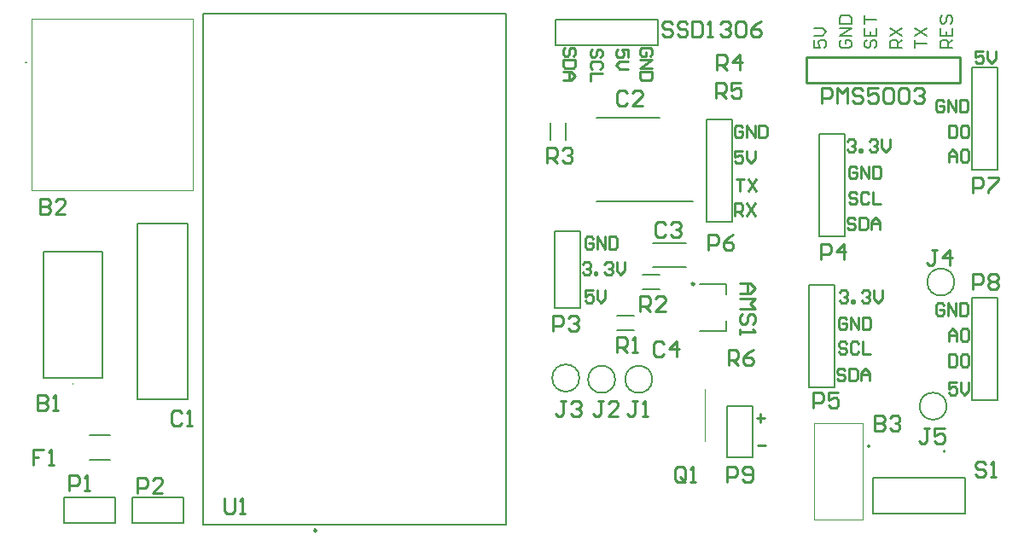
<source format=gto>
G04*
G04 #@! TF.GenerationSoftware,Altium Limited,Altium Designer,20.0.2 (26)*
G04*
G04 Layer_Color=65535*
%FSLAX44Y44*%
%MOMM*%
G71*
G01*
G75*
%ADD10C,0.2000*%
%ADD11C,0.2500*%
%ADD12C,0.1500*%
%ADD13C,0.1000*%
%ADD14C,0.2540*%
%ADD15C,0.1270*%
D10*
X317300Y1218650D02*
G03*
X318300Y1218650I500J0D01*
G01*
D02*
G03*
X317300Y1218650I-500J0D01*
G01*
D02*
G03*
X318300Y1218650I500J0D01*
G01*
X1229960Y832670D02*
G03*
X1227960Y832670I-1000J0D01*
G01*
D02*
G03*
X1229960Y832670I1000J0D01*
G01*
X1153950Y836800D02*
G03*
X1153950Y838800I0J1000D01*
G01*
D02*
G03*
X1153950Y836800I0J-1000D01*
G01*
X1012200Y952360D02*
Y962360D01*
X986200Y952360D02*
X1012200D01*
Y988360D02*
Y998360D01*
X986200D02*
X1012200D01*
X1158460Y770920D02*
X1249460D01*
X1158460D02*
Y806420D01*
X1249460D01*
Y770920D02*
Y806420D01*
X843280Y1235710D02*
Y1261110D01*
X944880D01*
X843280Y1235710D02*
X944880D01*
Y1261110D01*
X842010Y1051560D02*
X867410D01*
Y975360D02*
Y1051560D01*
X842010Y975360D02*
X867410D01*
X842010D02*
Y1051560D01*
X1013460Y826770D02*
X1038860D01*
X1013460D02*
Y877570D01*
X1038860D01*
Y826770D02*
Y877570D01*
X853182Y1141963D02*
Y1158688D01*
X838458Y1141963D02*
Y1158688D01*
X493770Y760200D02*
Y1266720D01*
X794010D01*
Y760200D02*
Y1266720D01*
X493770Y760200D02*
X794010D01*
X939779Y1015649D02*
X972841D01*
X939779Y1039211D02*
X972841D01*
X380660Y824680D02*
X401660D01*
X380660Y849180D02*
X401660D01*
X884330Y1081180D02*
X979330D01*
X884330Y1164180D02*
X946580D01*
X334990Y905910D02*
Y1030910D01*
X393990D01*
Y905910D02*
Y1030910D01*
X334990Y905910D02*
X393990D01*
X355600Y787400D02*
X406400D01*
X355600Y762000D02*
Y787400D01*
Y762000D02*
X406400D01*
Y787400D01*
X422910D02*
X473710D01*
X422910Y762000D02*
Y787400D01*
Y762000D02*
X473710D01*
Y787400D01*
X1104900Y1046480D02*
X1130300D01*
X1104900D02*
Y1148080D01*
X1130300Y1046480D02*
Y1148080D01*
X1104900D02*
X1130300D01*
X1094740Y896620D02*
X1120140D01*
X1094740D02*
Y998220D01*
X1120140Y896620D02*
Y998220D01*
X1094740D02*
X1120140D01*
X993140Y1060450D02*
X1018540D01*
X993140D02*
Y1162050D01*
X1018540Y1060450D02*
Y1162050D01*
X993140D02*
X1018540D01*
X1256030Y1112520D02*
X1281430D01*
X1256030D02*
Y1214120D01*
X1281430Y1112520D02*
Y1214120D01*
X1256030D02*
X1281430D01*
X1256030Y985520D02*
X1281430D01*
Y883920D02*
Y985520D01*
X1256030Y883920D02*
Y985520D01*
Y883920D02*
X1281430D01*
X904473Y952758D02*
X921198D01*
X904473Y967482D02*
X921198D01*
X929873Y1008122D02*
X946598D01*
X929873Y993398D02*
X946598D01*
D11*
X980950Y998860D02*
G03*
X980950Y998860I-1250J0D01*
G01*
X606140Y754200D02*
G03*
X606140Y754200I-1250J0D01*
G01*
D12*
X1231380Y877570D02*
G03*
X1231380Y877570I-13450J0D01*
G01*
X939280Y904240D02*
G03*
X939280Y904240I-13450J0D01*
G01*
X902450D02*
G03*
X902450Y904240I-13450J0D01*
G01*
X866890Y905510D02*
G03*
X866890Y905510I-13450J0D01*
G01*
X1239000Y1000760D02*
G03*
X1239000Y1000760I-13450J0D01*
G01*
X1199904Y1233080D02*
Y1241077D01*
Y1237079D01*
X1211900D01*
X1199904Y1245076D02*
X1211900Y1253074D01*
X1199904D02*
X1211900Y1245076D01*
X1236900Y1233080D02*
X1224904D01*
Y1239078D01*
X1226903Y1241077D01*
X1230902D01*
X1232901Y1239078D01*
Y1233080D01*
Y1237079D02*
X1236900Y1241077D01*
X1224904Y1253074D02*
Y1245076D01*
X1236900D01*
Y1253074D01*
X1230902Y1245076D02*
Y1249075D01*
X1226903Y1265070D02*
X1224904Y1263070D01*
Y1259072D01*
X1226903Y1257072D01*
X1228903D01*
X1230902Y1259072D01*
Y1263070D01*
X1232901Y1265070D01*
X1234901D01*
X1236900Y1263070D01*
Y1259072D01*
X1234901Y1257072D01*
X1186900Y1233080D02*
X1174904D01*
Y1239078D01*
X1176903Y1241077D01*
X1180902D01*
X1182901Y1239078D01*
Y1233080D01*
Y1237079D02*
X1186900Y1241077D01*
X1174904Y1245076D02*
X1186900Y1253074D01*
X1174904D02*
X1186900Y1245076D01*
X1151903Y1241077D02*
X1149904Y1239078D01*
Y1235079D01*
X1151903Y1233080D01*
X1153903D01*
X1155902Y1235079D01*
Y1239078D01*
X1157901Y1241077D01*
X1159901D01*
X1161900Y1239078D01*
Y1235079D01*
X1159901Y1233080D01*
X1149904Y1253073D02*
Y1245076D01*
X1161900D01*
Y1253073D01*
X1155902Y1245076D02*
Y1249075D01*
X1149904Y1257072D02*
Y1265070D01*
Y1261071D01*
X1161900D01*
X1126903Y1241077D02*
X1124904Y1239078D01*
Y1235079D01*
X1126903Y1233080D01*
X1134901D01*
X1136900Y1235079D01*
Y1239078D01*
X1134901Y1241077D01*
X1130902D01*
Y1237079D01*
X1136900Y1245076D02*
X1124904D01*
X1136900Y1253073D01*
X1124904D01*
Y1257072D02*
X1136900D01*
Y1263070D01*
X1134901Y1265070D01*
X1126903D01*
X1124904Y1263070D01*
Y1257072D01*
X1099904Y1241077D02*
Y1233080D01*
X1105902D01*
X1103903Y1237079D01*
Y1239078D01*
X1105902Y1241077D01*
X1109901D01*
X1111900Y1239078D01*
Y1235079D01*
X1109901Y1233080D01*
X1099904Y1245076D02*
X1107901D01*
X1111900Y1249075D01*
X1107901Y1253073D01*
X1099904D01*
D13*
X364490Y898910D02*
G03*
X364490Y899910I0J500D01*
G01*
D02*
G03*
X364490Y898910I0J-500D01*
G01*
X323300Y1091650D02*
Y1261650D01*
X483300D01*
Y1091650D02*
Y1261650D01*
X323300Y1091650D02*
X483300D01*
X1148100Y765150D02*
Y860450D01*
X1099800D02*
X1148100D01*
X1099800Y765150D02*
Y860450D01*
Y765150D02*
X1148100D01*
X991170Y842680D02*
Y894680D01*
D14*
X1092200Y1198880D02*
X1244600D01*
Y1224280D01*
X1092200D02*
X1244600D01*
X1092200Y1198880D02*
Y1224280D01*
X331470Y1083305D02*
Y1068070D01*
X339087D01*
X341627Y1070609D01*
Y1073148D01*
X339087Y1075687D01*
X331470D01*
X339087D01*
X341627Y1078227D01*
Y1080766D01*
X339087Y1083305D01*
X331470D01*
X356862Y1068070D02*
X346705D01*
X356862Y1078227D01*
Y1080766D01*
X354323Y1083305D01*
X349244D01*
X346705Y1080766D01*
X1026160Y999490D02*
X1036317D01*
X1041395Y994412D01*
X1036317Y989333D01*
X1026160D01*
X1033777D01*
Y999490D01*
X1026160Y984255D02*
X1041395D01*
X1036317Y979177D01*
X1041395Y974098D01*
X1026160D01*
X1038856Y958863D02*
X1041395Y961402D01*
Y966481D01*
X1038856Y969020D01*
X1036317D01*
X1033777Y966481D01*
Y961402D01*
X1031238Y958863D01*
X1028699D01*
X1026160Y961402D01*
Y966481D01*
X1028699Y969020D01*
X1026160Y953785D02*
Y948706D01*
Y951246D01*
X1041395D01*
X1038856Y953785D01*
X1269997Y819896D02*
X1267458Y822435D01*
X1262379D01*
X1259840Y819896D01*
Y817357D01*
X1262379Y814818D01*
X1267458D01*
X1269997Y812278D01*
Y809739D01*
X1267458Y807200D01*
X1262379D01*
X1259840Y809739D01*
X1275075Y807200D02*
X1280153D01*
X1277614D01*
Y822435D01*
X1275075Y819896D01*
X1014723Y918337D02*
Y933572D01*
X1022341D01*
X1024880Y931033D01*
Y925955D01*
X1022341Y923415D01*
X1014723D01*
X1019801D02*
X1024880Y918337D01*
X1040115Y933572D02*
X1035036Y931033D01*
X1029958Y925955D01*
Y920876D01*
X1032497Y918337D01*
X1037576D01*
X1040115Y920876D01*
Y923415D01*
X1037576Y925955D01*
X1029958D01*
X1002030Y1183640D02*
Y1198875D01*
X1009648D01*
X1012187Y1196336D01*
Y1191257D01*
X1009648Y1188718D01*
X1002030D01*
X1007108D02*
X1012187Y1183640D01*
X1027422Y1198875D02*
X1017265D01*
Y1191257D01*
X1022343Y1193797D01*
X1024883D01*
X1027422Y1191257D01*
Y1186179D01*
X1024883Y1183640D01*
X1019804D01*
X1017265Y1186179D01*
X1107440Y1178560D02*
Y1193795D01*
X1115058D01*
X1117597Y1191256D01*
Y1186178D01*
X1115058Y1183638D01*
X1107440D01*
X1122675Y1178560D02*
Y1193795D01*
X1127753Y1188717D01*
X1132832Y1193795D01*
Y1178560D01*
X1148067Y1191256D02*
X1145528Y1193795D01*
X1140449D01*
X1137910Y1191256D01*
Y1188717D01*
X1140449Y1186178D01*
X1145528D01*
X1148067Y1183638D01*
Y1181099D01*
X1145528Y1178560D01*
X1140449D01*
X1137910Y1181099D01*
X1163302Y1193795D02*
X1153145D01*
Y1186178D01*
X1158224Y1188717D01*
X1160763D01*
X1163302Y1186178D01*
Y1181099D01*
X1160763Y1178560D01*
X1155684D01*
X1153145Y1181099D01*
X1168380Y1191256D02*
X1170919Y1193795D01*
X1175998D01*
X1178537Y1191256D01*
Y1181099D01*
X1175998Y1178560D01*
X1170919D01*
X1168380Y1181099D01*
Y1191256D01*
X1183615D02*
X1186154Y1193795D01*
X1191233D01*
X1193772Y1191256D01*
Y1181099D01*
X1191233Y1178560D01*
X1186154D01*
X1183615Y1181099D01*
Y1191256D01*
X1198850D02*
X1201390Y1193795D01*
X1206468D01*
X1209007Y1191256D01*
Y1188717D01*
X1206468Y1186178D01*
X1203929D01*
X1206468D01*
X1209007Y1183638D01*
Y1181099D01*
X1206468Y1178560D01*
X1201390D01*
X1198850Y1181099D01*
X472437Y871216D02*
X469897Y873755D01*
X464819D01*
X462280Y871216D01*
Y861059D01*
X464819Y858520D01*
X469897D01*
X472437Y861059D01*
X477515Y858520D02*
X482593D01*
X480054D01*
Y873755D01*
X477515Y871216D01*
X958847Y1257296D02*
X956308Y1259835D01*
X951229D01*
X948690Y1257296D01*
Y1254757D01*
X951229Y1252217D01*
X956308D01*
X958847Y1249678D01*
Y1247139D01*
X956308Y1244600D01*
X951229D01*
X948690Y1247139D01*
X974082Y1257296D02*
X971543Y1259835D01*
X966464D01*
X963925Y1257296D01*
Y1254757D01*
X966464Y1252217D01*
X971543D01*
X974082Y1249678D01*
Y1247139D01*
X971543Y1244600D01*
X966464D01*
X963925Y1247139D01*
X979160Y1259835D02*
Y1244600D01*
X986778D01*
X989317Y1247139D01*
Y1257296D01*
X986778Y1259835D01*
X979160D01*
X994395Y1244600D02*
X999474D01*
X996934D01*
Y1259835D01*
X994395Y1257296D01*
X1007091D02*
X1009630Y1259835D01*
X1014709D01*
X1017248Y1257296D01*
Y1254757D01*
X1014709Y1252217D01*
X1012169D01*
X1014709D01*
X1017248Y1249678D01*
Y1247139D01*
X1014709Y1244600D01*
X1009630D01*
X1007091Y1247139D01*
X1022326Y1257296D02*
X1024865Y1259835D01*
X1029944D01*
X1032483Y1257296D01*
Y1247139D01*
X1029944Y1244600D01*
X1024865D01*
X1022326Y1247139D01*
Y1257296D01*
X1047718Y1259835D02*
X1042640Y1257296D01*
X1037561Y1252217D01*
Y1247139D01*
X1040100Y1244600D01*
X1045179D01*
X1047718Y1247139D01*
Y1249678D01*
X1045179Y1252217D01*
X1037561D01*
X840740Y952500D02*
Y967735D01*
X848357D01*
X850897Y965196D01*
Y960117D01*
X848357Y957578D01*
X840740D01*
X855975Y965196D02*
X858514Y967735D01*
X863593D01*
X866132Y965196D01*
Y962657D01*
X863593Y960117D01*
X861053D01*
X863593D01*
X866132Y957578D01*
Y955039D01*
X863593Y952500D01*
X858514D01*
X855975Y955039D01*
X1013460Y802640D02*
Y817875D01*
X1021077D01*
X1023617Y815336D01*
Y810257D01*
X1021077Y807718D01*
X1013460D01*
X1028695Y805179D02*
X1031234Y802640D01*
X1036313D01*
X1038852Y805179D01*
Y815336D01*
X1036313Y817875D01*
X1031234D01*
X1028695Y815336D01*
Y812797D01*
X1031234Y810257D01*
X1038852D01*
X834390Y1118870D02*
Y1134105D01*
X842008D01*
X844547Y1131566D01*
Y1126488D01*
X842008Y1123948D01*
X834390D01*
X839468D02*
X844547Y1118870D01*
X849625Y1131566D02*
X852164Y1134105D01*
X857243D01*
X859782Y1131566D01*
Y1129027D01*
X857243Y1126488D01*
X854703D01*
X857243D01*
X859782Y1123948D01*
Y1121409D01*
X857243Y1118870D01*
X852164D01*
X849625Y1121409D01*
X514350Y786125D02*
Y773429D01*
X516889Y770890D01*
X521968D01*
X524507Y773429D01*
Y786125D01*
X529585Y770890D02*
X534663D01*
X532124D01*
Y786125D01*
X529585Y783586D01*
X952497Y1057906D02*
X949958Y1060445D01*
X944879D01*
X942340Y1057906D01*
Y1047749D01*
X944879Y1045210D01*
X949958D01*
X952497Y1047749D01*
X957575Y1057906D02*
X960114Y1060445D01*
X965193D01*
X967732Y1057906D01*
Y1055367D01*
X965193Y1052828D01*
X962653D01*
X965193D01*
X967732Y1050288D01*
Y1047749D01*
X965193Y1045210D01*
X960114D01*
X957575Y1047749D01*
X1214117Y855975D02*
X1209038D01*
X1211578D01*
Y843279D01*
X1209038Y840740D01*
X1206499D01*
X1203960Y843279D01*
X1229352Y855975D02*
X1219195D01*
Y848357D01*
X1224273Y850897D01*
X1226813D01*
X1229352Y848357D01*
Y843279D01*
X1226813Y840740D01*
X1221734D01*
X1219195Y843279D01*
X335277Y834385D02*
X325120D01*
Y826768D01*
X330198D01*
X325120D01*
Y819150D01*
X340355D02*
X345433D01*
X342894D01*
Y834385D01*
X340355Y831846D01*
X950437Y939796D02*
X947897Y942335D01*
X942819D01*
X940280Y939796D01*
Y929639D01*
X942819Y927100D01*
X947897D01*
X950437Y929639D01*
X963133Y927100D02*
Y942335D01*
X955515Y934717D01*
X965672D01*
X914397Y1188716D02*
X911858Y1191255D01*
X906779D01*
X904240Y1188716D01*
Y1178559D01*
X906779Y1176020D01*
X911858D01*
X914397Y1178559D01*
X929632Y1176020D02*
X919475D01*
X929632Y1186177D01*
Y1188716D01*
X927093Y1191255D01*
X922014D01*
X919475Y1188716D01*
X1159510Y868675D02*
Y853440D01*
X1167128D01*
X1169667Y855979D01*
Y858518D01*
X1167128Y861058D01*
X1159510D01*
X1167128D01*
X1169667Y863597D01*
Y866136D01*
X1167128Y868675D01*
X1159510D01*
X1174745Y866136D02*
X1177284Y868675D01*
X1182363D01*
X1184902Y866136D01*
Y863597D01*
X1182363Y861058D01*
X1179823D01*
X1182363D01*
X1184902Y858518D01*
Y855979D01*
X1182363Y853440D01*
X1177284D01*
X1174745Y855979D01*
X971547Y805179D02*
Y815336D01*
X969007Y817875D01*
X963929D01*
X961390Y815336D01*
Y805179D01*
X963929Y802640D01*
X969007D01*
X966468Y807718D02*
X971547Y802640D01*
X969007D02*
X971547Y805179D01*
X976625Y802640D02*
X981703D01*
X979164D01*
Y817875D01*
X976625Y815336D01*
X328930Y889065D02*
Y873830D01*
X336548D01*
X339087Y876369D01*
Y878908D01*
X336548Y881448D01*
X328930D01*
X336548D01*
X339087Y883987D01*
Y886526D01*
X336548Y889065D01*
X328930D01*
X344165Y873830D02*
X349243D01*
X346704D01*
Y889065D01*
X344165Y886526D01*
X924557Y882645D02*
X919478D01*
X922018D01*
Y869949D01*
X919478Y867410D01*
X916939D01*
X914400Y869949D01*
X929635Y867410D02*
X934713D01*
X932174D01*
Y882645D01*
X929635Y880106D01*
X890267Y882645D02*
X885188D01*
X887728D01*
Y869949D01*
X885188Y867410D01*
X882649D01*
X880110Y869949D01*
X905502Y867410D02*
X895345D01*
X905502Y877567D01*
Y880106D01*
X902963Y882645D01*
X897884D01*
X895345Y880106D01*
X853437Y882645D02*
X848358D01*
X850898D01*
Y869949D01*
X848358Y867410D01*
X845819D01*
X843280Y869949D01*
X858515Y880106D02*
X861054Y882645D01*
X866133D01*
X868672Y880106D01*
Y877567D01*
X866133Y875027D01*
X863593D01*
X866133D01*
X868672Y872488D01*
Y869949D01*
X866133Y867410D01*
X861054D01*
X858515Y869949D01*
X1221737Y1032505D02*
X1216658D01*
X1219197D01*
Y1019809D01*
X1216658Y1017270D01*
X1214119D01*
X1211580Y1019809D01*
X1234433Y1017270D02*
Y1032505D01*
X1226815Y1024887D01*
X1236972D01*
X360680Y793750D02*
Y808985D01*
X368298D01*
X370837Y806446D01*
Y801367D01*
X368298Y798828D01*
X360680D01*
X375915Y793750D02*
X380993D01*
X378454D01*
Y808985D01*
X375915Y806446D01*
X427990Y791210D02*
Y806445D01*
X435607D01*
X438147Y803906D01*
Y798828D01*
X435607Y796288D01*
X427990D01*
X453382Y791210D02*
X443225D01*
X453382Y801367D01*
Y803906D01*
X450843Y806445D01*
X445764D01*
X443225Y803906D01*
X1106170Y1023620D02*
Y1038855D01*
X1113788D01*
X1116327Y1036316D01*
Y1031237D01*
X1113788Y1028698D01*
X1106170D01*
X1129023Y1023620D02*
Y1038855D01*
X1121405Y1031237D01*
X1131562D01*
X1098550Y876300D02*
Y891535D01*
X1106168D01*
X1108707Y888996D01*
Y883917D01*
X1106168Y881378D01*
X1098550D01*
X1123942Y891535D02*
X1113785D01*
Y883917D01*
X1118863Y886457D01*
X1121403D01*
X1123942Y883917D01*
Y878839D01*
X1121403Y876300D01*
X1116324D01*
X1113785Y878839D01*
X994410Y1032510D02*
Y1047745D01*
X1002028D01*
X1004567Y1045206D01*
Y1040127D01*
X1002028Y1037588D01*
X994410D01*
X1019802Y1047745D02*
X1014723Y1045206D01*
X1009645Y1040127D01*
Y1035049D01*
X1012184Y1032510D01*
X1017263D01*
X1019802Y1035049D01*
Y1037588D01*
X1017263Y1040127D01*
X1009645D01*
X1257300Y1089660D02*
Y1104895D01*
X1264918D01*
X1267457Y1102356D01*
Y1097278D01*
X1264918Y1094738D01*
X1257300D01*
X1272535Y1104895D02*
X1282692D01*
Y1102356D01*
X1272535Y1092199D01*
Y1089660D01*
X1257681Y994029D02*
Y1009264D01*
X1265298D01*
X1267838Y1006725D01*
Y1001646D01*
X1265298Y999107D01*
X1257681D01*
X1272916Y1006725D02*
X1275455Y1009264D01*
X1280534D01*
X1283073Y1006725D01*
Y1004186D01*
X1280534Y1001646D01*
X1283073Y999107D01*
Y996568D01*
X1280534Y994029D01*
X1275455D01*
X1272916Y996568D01*
Y999107D01*
X1275455Y1001646D01*
X1272916Y1004186D01*
Y1006725D01*
X1275455Y1001646D02*
X1280534D01*
X903946Y930910D02*
Y946145D01*
X911563D01*
X914102Y943606D01*
Y938528D01*
X911563Y935988D01*
X903946D01*
X909024D02*
X914102Y930910D01*
X919181D02*
X924259D01*
X921720D01*
Y946145D01*
X919181Y943606D01*
X926806Y971550D02*
Y986785D01*
X934423D01*
X936962Y984246D01*
Y979167D01*
X934423Y976628D01*
X926806D01*
X931884D02*
X936962Y971550D01*
X952197D02*
X942041D01*
X952197Y981707D01*
Y984246D01*
X949658Y986785D01*
X944580D01*
X942041Y984246D01*
X1003300Y1211580D02*
Y1226815D01*
X1010918D01*
X1013457Y1224276D01*
Y1219197D01*
X1010918Y1216658D01*
X1003300D01*
X1008378D02*
X1013457Y1211580D01*
X1026153D02*
Y1226815D01*
X1018535Y1219197D01*
X1028692D01*
X1233170Y1120140D02*
Y1128137D01*
X1237169Y1132136D01*
X1241167Y1128137D01*
Y1120140D01*
Y1126138D01*
X1233170D01*
X1251164Y1132136D02*
X1247166D01*
X1245166Y1130137D01*
Y1122139D01*
X1247166Y1120140D01*
X1251164D01*
X1253164Y1122139D01*
Y1130137D01*
X1251164Y1132136D01*
X1233170Y1156266D02*
Y1144270D01*
X1239168D01*
X1241167Y1146269D01*
Y1154267D01*
X1239168Y1156266D01*
X1233170D01*
X1251164D02*
X1247166D01*
X1245166Y1154267D01*
Y1146269D01*
X1247166Y1144270D01*
X1251164D01*
X1253164Y1146269D01*
Y1154267D01*
X1251164Y1156266D01*
X1233170Y942340D02*
Y950337D01*
X1237169Y954336D01*
X1241167Y950337D01*
Y942340D01*
Y948338D01*
X1233170D01*
X1251164Y954336D02*
X1247166D01*
X1245166Y952337D01*
Y944339D01*
X1247166Y942340D01*
X1251164D01*
X1253164Y944339D01*
Y952337D01*
X1251164Y954336D01*
X1233170Y928936D02*
Y916940D01*
X1239168D01*
X1241167Y918939D01*
Y926937D01*
X1239168Y928936D01*
X1233170D01*
X1251164D02*
X1247166D01*
X1245166Y926937D01*
Y918939D01*
X1247166Y916940D01*
X1251164D01*
X1253164Y918939D01*
Y926937D01*
X1251164Y928936D01*
X1228467Y977737D02*
X1226468Y979736D01*
X1222469D01*
X1220470Y977737D01*
Y969739D01*
X1222469Y967740D01*
X1226468D01*
X1228467Y969739D01*
Y973738D01*
X1224469D01*
X1232466Y967740D02*
Y979736D01*
X1240463Y967740D01*
Y979736D01*
X1244462D02*
Y967740D01*
X1250460D01*
X1252460Y969739D01*
Y977737D01*
X1250460Y979736D01*
X1244462D01*
X1228467Y1179667D02*
X1226468Y1181666D01*
X1222469D01*
X1220470Y1179667D01*
Y1171669D01*
X1222469Y1169670D01*
X1226468D01*
X1228467Y1171669D01*
Y1175668D01*
X1224469D01*
X1232466Y1169670D02*
Y1181666D01*
X1240463Y1169670D01*
Y1181666D01*
X1244462D02*
Y1169670D01*
X1250460D01*
X1252460Y1171669D01*
Y1179667D01*
X1250460Y1181666D01*
X1244462D01*
X1267837Y1229926D02*
X1259840D01*
Y1223928D01*
X1263839Y1225927D01*
X1265838D01*
X1267837Y1223928D01*
Y1219929D01*
X1265838Y1217930D01*
X1261839D01*
X1259840Y1219929D01*
X1271836Y1229926D02*
Y1221929D01*
X1275835Y1217930D01*
X1279834Y1221929D01*
Y1229926D01*
X1241167Y900996D02*
X1233170D01*
Y894998D01*
X1237169Y896997D01*
X1239168D01*
X1241167Y894998D01*
Y890999D01*
X1239168Y889000D01*
X1235169D01*
X1233170Y890999D01*
X1245166Y900996D02*
Y892999D01*
X1249165Y889000D01*
X1253164Y892999D01*
Y900996D01*
X1043940Y839118D02*
X1051937D01*
X1042670Y865788D02*
X1050667D01*
X1046669Y869787D02*
Y861789D01*
X1130677Y912967D02*
X1128678Y914966D01*
X1124679D01*
X1122680Y912967D01*
Y910967D01*
X1124679Y908968D01*
X1128678D01*
X1130677Y906969D01*
Y904969D01*
X1128678Y902970D01*
X1124679D01*
X1122680Y904969D01*
X1134676Y914966D02*
Y902970D01*
X1140674D01*
X1142673Y904969D01*
Y912967D01*
X1140674Y914966D01*
X1134676D01*
X1146672Y902970D02*
Y910967D01*
X1150671Y914966D01*
X1154670Y910967D01*
Y902970D01*
Y908968D01*
X1146672D01*
X1140837Y1062827D02*
X1138838Y1064826D01*
X1134839D01*
X1132840Y1062827D01*
Y1060827D01*
X1134839Y1058828D01*
X1138838D01*
X1140837Y1056829D01*
Y1054829D01*
X1138838Y1052830D01*
X1134839D01*
X1132840Y1054829D01*
X1144836Y1064826D02*
Y1052830D01*
X1150834D01*
X1152833Y1054829D01*
Y1062827D01*
X1150834Y1064826D01*
X1144836D01*
X1156832Y1052830D02*
Y1060827D01*
X1160831Y1064826D01*
X1164830Y1060827D01*
Y1052830D01*
Y1058828D01*
X1156832D01*
X1131947Y939637D02*
X1129948Y941636D01*
X1125949D01*
X1123950Y939637D01*
Y937637D01*
X1125949Y935638D01*
X1129948D01*
X1131947Y933639D01*
Y931639D01*
X1129948Y929640D01*
X1125949D01*
X1123950Y931639D01*
X1143943Y939637D02*
X1141944Y941636D01*
X1137945D01*
X1135946Y939637D01*
Y931639D01*
X1137945Y929640D01*
X1141944D01*
X1143943Y931639D01*
X1147942Y941636D02*
Y929640D01*
X1155940D01*
X1142107Y1088227D02*
X1140108Y1090226D01*
X1136109D01*
X1134110Y1088227D01*
Y1086227D01*
X1136109Y1084228D01*
X1140108D01*
X1142107Y1082229D01*
Y1080229D01*
X1140108Y1078230D01*
X1136109D01*
X1134110Y1080229D01*
X1154103Y1088227D02*
X1152104Y1090226D01*
X1148105D01*
X1146106Y1088227D01*
Y1080229D01*
X1148105Y1078230D01*
X1152104D01*
X1154103Y1080229D01*
X1158102Y1090226D02*
Y1078230D01*
X1166100D01*
X1131947Y963767D02*
X1129948Y965766D01*
X1125949D01*
X1123950Y963767D01*
Y955769D01*
X1125949Y953770D01*
X1129948D01*
X1131947Y955769D01*
Y959768D01*
X1127949D01*
X1135946Y953770D02*
Y965766D01*
X1143943Y953770D01*
Y965766D01*
X1147942D02*
Y953770D01*
X1153940D01*
X1155940Y955769D01*
Y963767D01*
X1153940Y965766D01*
X1147942D01*
X1142107Y1113627D02*
X1140108Y1115626D01*
X1136109D01*
X1134110Y1113627D01*
Y1105629D01*
X1136109Y1103630D01*
X1140108D01*
X1142107Y1105629D01*
Y1109628D01*
X1138109D01*
X1146106Y1103630D02*
Y1115626D01*
X1154103Y1103630D01*
Y1115626D01*
X1158102D02*
Y1103630D01*
X1164100D01*
X1166100Y1105629D01*
Y1113627D01*
X1164100Y1115626D01*
X1158102D01*
X1125220Y990437D02*
X1127219Y992436D01*
X1131218D01*
X1133217Y990437D01*
Y988437D01*
X1131218Y986438D01*
X1129219D01*
X1131218D01*
X1133217Y984439D01*
Y982439D01*
X1131218Y980440D01*
X1127219D01*
X1125220Y982439D01*
X1137216Y980440D02*
Y982439D01*
X1139215D01*
Y980440D01*
X1137216D01*
X1147213Y990437D02*
X1149212Y992436D01*
X1153211D01*
X1155210Y990437D01*
Y988437D01*
X1153211Y986438D01*
X1151211D01*
X1153211D01*
X1155210Y984439D01*
Y982439D01*
X1153211Y980440D01*
X1149212D01*
X1147213Y982439D01*
X1159209Y992436D02*
Y984439D01*
X1163208Y980440D01*
X1167206Y984439D01*
Y992436D01*
X1132840Y1140297D02*
X1134839Y1142296D01*
X1138838D01*
X1140837Y1140297D01*
Y1138297D01*
X1138838Y1136298D01*
X1136839D01*
X1138838D01*
X1140837Y1134299D01*
Y1132299D01*
X1138838Y1130300D01*
X1134839D01*
X1132840Y1132299D01*
X1144836Y1130300D02*
Y1132299D01*
X1146835D01*
Y1130300D01*
X1144836D01*
X1154833Y1140297D02*
X1156832Y1142296D01*
X1160831D01*
X1162830Y1140297D01*
Y1138297D01*
X1160831Y1136298D01*
X1158831D01*
X1160831D01*
X1162830Y1134299D01*
Y1132299D01*
X1160831Y1130300D01*
X1156832D01*
X1154833Y1132299D01*
X1166829Y1142296D02*
Y1134299D01*
X1170828Y1130300D01*
X1174826Y1134299D01*
Y1142296D01*
X880487Y992436D02*
X872490D01*
Y986438D01*
X876489Y988437D01*
X878488D01*
X880487Y986438D01*
Y982439D01*
X878488Y980440D01*
X874489D01*
X872490Y982439D01*
X884486Y992436D02*
Y984439D01*
X888485Y980440D01*
X892484Y984439D01*
Y992436D01*
X869950Y1018377D02*
X871949Y1020376D01*
X875948D01*
X877947Y1018377D01*
Y1016377D01*
X875948Y1014378D01*
X873949D01*
X875948D01*
X877947Y1012379D01*
Y1010379D01*
X875948Y1008380D01*
X871949D01*
X869950Y1010379D01*
X881946Y1008380D02*
Y1010379D01*
X883945D01*
Y1008380D01*
X881946D01*
X891943Y1018377D02*
X893942Y1020376D01*
X897941D01*
X899940Y1018377D01*
Y1016377D01*
X897941Y1014378D01*
X895941D01*
X897941D01*
X899940Y1012379D01*
Y1010379D01*
X897941Y1008380D01*
X893942D01*
X891943Y1010379D01*
X903939Y1020376D02*
Y1012379D01*
X907938Y1008380D01*
X911936Y1012379D01*
Y1020376D01*
X880487Y1043777D02*
X878488Y1045776D01*
X874489D01*
X872490Y1043777D01*
Y1035779D01*
X874489Y1033780D01*
X878488D01*
X880487Y1035779D01*
Y1039778D01*
X876489D01*
X884486Y1033780D02*
Y1045776D01*
X892484Y1033780D01*
Y1045776D01*
X896482D02*
Y1033780D01*
X902480D01*
X904480Y1035779D01*
Y1043777D01*
X902480Y1045776D01*
X896482D01*
X1021080Y1066800D02*
Y1078796D01*
X1027078D01*
X1029077Y1076797D01*
Y1072798D01*
X1027078Y1070799D01*
X1021080D01*
X1025079D02*
X1029077Y1066800D01*
X1033076Y1078796D02*
X1041074Y1066800D01*
Y1078796D02*
X1033076Y1066800D01*
X1022350Y1102926D02*
X1030347D01*
X1026349D01*
Y1090930D01*
X1034346Y1102926D02*
X1042344Y1090930D01*
Y1102926D02*
X1034346Y1090930D01*
X1029077Y1130866D02*
X1021080D01*
Y1124868D01*
X1025079Y1126867D01*
X1027078D01*
X1029077Y1124868D01*
Y1120869D01*
X1027078Y1118870D01*
X1023079D01*
X1021080Y1120869D01*
X1033076Y1130866D02*
Y1122869D01*
X1037075Y1118870D01*
X1041074Y1122869D01*
Y1130866D01*
X1029077Y1154267D02*
X1027078Y1156266D01*
X1023079D01*
X1021080Y1154267D01*
Y1146269D01*
X1023079Y1144270D01*
X1027078D01*
X1029077Y1146269D01*
Y1150268D01*
X1025079D01*
X1033076Y1144270D02*
Y1156266D01*
X1041074Y1144270D01*
Y1156266D01*
X1045072D02*
Y1144270D01*
X1051070D01*
X1053070Y1146269D01*
Y1154267D01*
X1051070Y1156266D01*
X1045072D01*
X937097Y1225173D02*
X939096Y1227172D01*
Y1231171D01*
X937097Y1233170D01*
X929099D01*
X927100Y1231171D01*
Y1227172D01*
X929099Y1225173D01*
X933098D01*
Y1229171D01*
X927100Y1221174D02*
X939096D01*
X927100Y1213176D01*
X939096D01*
Y1209178D02*
X927100D01*
Y1203180D01*
X929099Y1201180D01*
X937097D01*
X939096Y1203180D01*
Y1209178D01*
X914966Y1223903D02*
Y1231900D01*
X908968D01*
X910967Y1227901D01*
Y1225902D01*
X908968Y1223903D01*
X904969D01*
X902970Y1225902D01*
Y1229901D01*
X904969Y1231900D01*
X914966Y1219904D02*
X906969D01*
X902970Y1215905D01*
X906969Y1211907D01*
X914966D01*
X887567Y1223903D02*
X889566Y1225902D01*
Y1229901D01*
X887567Y1231900D01*
X885567D01*
X883568Y1229901D01*
Y1225902D01*
X881569Y1223903D01*
X879569D01*
X877570Y1225902D01*
Y1229901D01*
X879569Y1231900D01*
X887567Y1211907D02*
X889566Y1213906D01*
Y1217905D01*
X887567Y1219904D01*
X879569D01*
X877570Y1217905D01*
Y1213906D01*
X879569Y1211907D01*
X889566Y1207908D02*
X877570D01*
Y1199910D01*
X860897Y1225173D02*
X862896Y1227172D01*
Y1231171D01*
X860897Y1233170D01*
X858897D01*
X856898Y1231171D01*
Y1227172D01*
X854899Y1225173D01*
X852899D01*
X850900Y1227172D01*
Y1231171D01*
X852899Y1233170D01*
X862896Y1221174D02*
X850900D01*
Y1215176D01*
X852899Y1213176D01*
X860897D01*
X862896Y1215176D01*
Y1221174D01*
X850900Y1209178D02*
X858897D01*
X862896Y1205179D01*
X858897Y1201180D01*
X850900D01*
X856898D01*
Y1209178D01*
D15*
X428390Y884050D02*
Y1059050D01*
X478390Y884050D02*
Y1059050D01*
X428390D02*
X478390D01*
X428390Y884050D02*
X478390D01*
M02*

</source>
